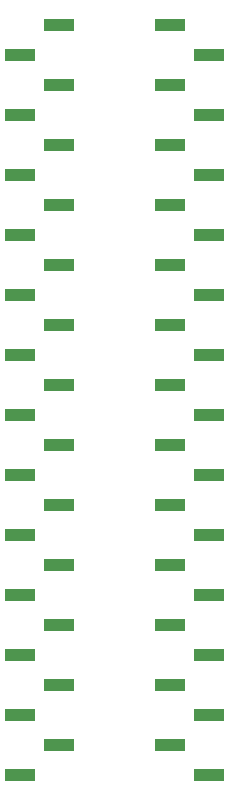
<source format=gbp>
G04 #@! TF.GenerationSoftware,KiCad,Pcbnew,9.0.6*
G04 #@! TF.CreationDate,2026-01-08T20:47:40-06:00*
G04 #@! TF.ProjectId,QFN-48_5x5_P0.35,51464e2d-3438-45f3-9578-355f50302e33,rev?*
G04 #@! TF.SameCoordinates,Original*
G04 #@! TF.FileFunction,Paste,Bot*
G04 #@! TF.FilePolarity,Positive*
%FSLAX46Y46*%
G04 Gerber Fmt 4.6, Leading zero omitted, Abs format (unit mm)*
G04 Created by KiCad (PCBNEW 9.0.6) date 2026-01-08 20:47:40*
%MOMM*%
%LPD*%
G01*
G04 APERTURE LIST*
%ADD10R,2.510000X1.000000*%
G04 APERTURE END LIST*
D10*
X133735000Y-88900000D03*
X130425000Y-91440000D03*
X133735000Y-93980000D03*
X130425000Y-96520000D03*
X133735000Y-99060000D03*
X130425000Y-101600000D03*
X133735000Y-104140000D03*
X130425000Y-106680000D03*
X133735000Y-109220000D03*
X130425000Y-111760000D03*
X133735000Y-114300000D03*
X130425000Y-116840000D03*
X133735000Y-119380000D03*
X130425000Y-121920000D03*
X133735000Y-124460000D03*
X130425000Y-127000000D03*
X133735000Y-129540000D03*
X130425000Y-132080000D03*
X133735000Y-134620000D03*
X130425000Y-137160000D03*
X133735000Y-139700000D03*
X130425000Y-142240000D03*
X133735000Y-144780000D03*
X130425000Y-147320000D03*
X133735000Y-149860000D03*
X130425000Y-152400000D03*
X143125000Y-88900000D03*
X146435000Y-91440000D03*
X143125000Y-93980000D03*
X146435000Y-96520000D03*
X143125000Y-99060000D03*
X146435000Y-101600000D03*
X143125000Y-104140000D03*
X146435000Y-106680000D03*
X143125000Y-109220000D03*
X146435000Y-111760000D03*
X143125000Y-114300000D03*
X146435000Y-116840000D03*
X143125000Y-119380000D03*
X146435000Y-121920000D03*
X143125000Y-124460000D03*
X146435000Y-127000000D03*
X143125000Y-129540000D03*
X146435000Y-132080000D03*
X143125000Y-134620000D03*
X146435000Y-137160000D03*
X143125000Y-139700000D03*
X146435000Y-142240000D03*
X143125000Y-144780000D03*
X146435000Y-147320000D03*
X143125000Y-149860000D03*
X146435000Y-152400000D03*
M02*

</source>
